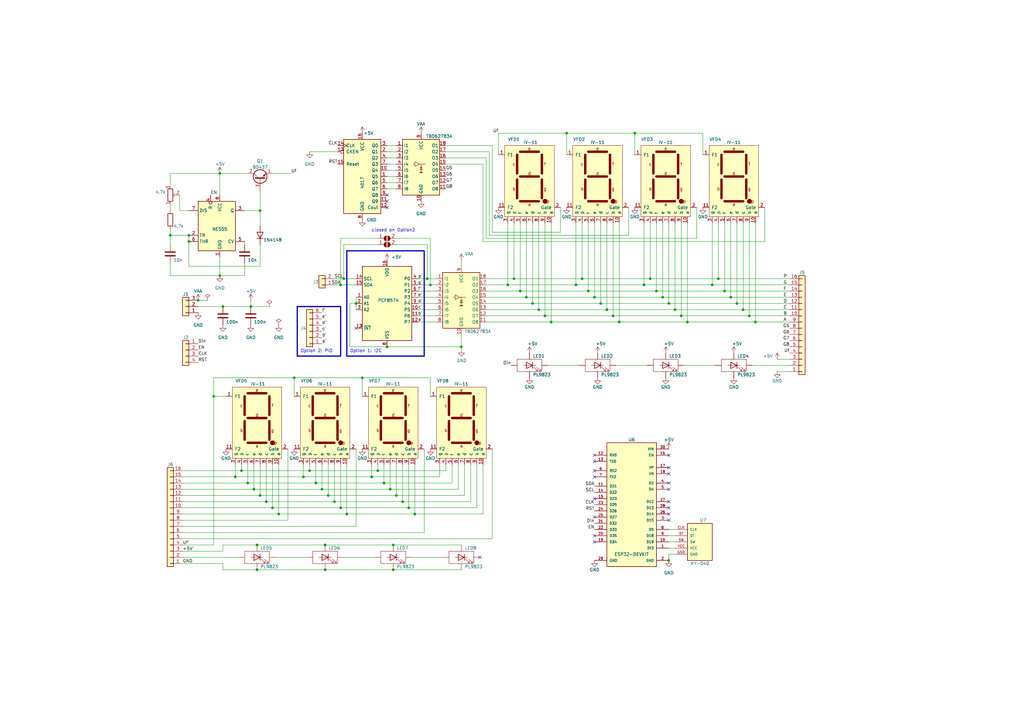
<source format=kicad_sch>
(kicad_sch (version 20230121) (generator eeschema)
  (paper "A3")
  (lib_symbols
    (symbol "Connector_Generic:Conn_01x02" (pin_names (offset 1.016) hide)
      (property "Reference" "J" (at 0 2.54 0))
      (property "Value" "Conn_01x02" (at 0 -5.08 0))
      (symbol "Conn_01x02_1_1"
        (pin passive line (at -5.08 0 0) (length 3.81) (name "Pin_1") (number "1"))
        (pin passive line (at -5.08 -2.54 0) (length 3.81) (name "Pin_2") (number "2"))
      )
    )
    (symbol "Connector_Generic:Conn_01x03" (pin_names (offset 1.016) hide)
      (property "Reference" "J" (at 0 5.08 0))
      (property "Value" "Conn_01x03" (at 0 -5.08 0))
      (symbol "Conn_01x03_1_1"
        (pin passive line (at -5.08 2.54 0) (length 3.81) (name "Pin_1") (number "1"))
        (pin passive line (at -5.08 0 0) (length 3.81) (name "Pin_2") (number "2"))
        (pin passive line (at -5.08 -2.54 0) (length 3.81) (name "Pin_3") (number "3"))
      )
    )
    (symbol "Connector_Generic:Conn_01x04" (pin_names (offset 1.016) hide)
      (property "Reference" "J" (at 0 5.08 0))
      (property "Value" "Conn_01x04" (at 0 -7.62 0))
      (symbol "Conn_01x04_1_1"
        (pin passive line (at -5.08 2.54 0) (length 3.81) (name "Pin_1") (number "1"))
        (pin passive line (at -5.08 0 0) (length 3.81) (name "Pin_2") (number "2"))
        (pin passive line (at -5.08 -2.54 0) (length 3.81) (name "Pin_3") (number "3"))
        (pin passive line (at -5.08 -5.08 0) (length 3.81) (name "Pin_4") (number "4"))
      )
    )
    (symbol "Connector_Generic:Conn_01x06" (pin_names (offset 1.016) hide)
      (property "Reference" "J" (at 0 7.62 0))
      (property "Value" "Conn_01x06" (at 0 -10.16 0))
      (symbol "Conn_01x06_1_1"
        (pin passive line (at -5.08 5.08 0) (length 3.81) (name "Pin_1") (number "1"))
        (pin passive line (at -5.08 2.54 0) (length 3.81) (name "Pin_2") (number "2"))
        (pin passive line (at -5.08 0 0) (length 3.81) (name "Pin_3") (number "3"))
        (pin passive line (at -5.08 -2.54 0) (length 3.81) (name "Pin_4") (number "4"))
        (pin passive line (at -5.08 -5.08 0) (length 3.81) (name "Pin_5") (number "5"))
        (pin passive line (at -5.08 -7.62 0) (length 3.81) (name "Pin_6") (number "6"))
      )
    )
    (symbol "Connector_Generic:Conn_01x16" (pin_names (offset 1.016) hide)
      (property "Reference" "J" (at 0 20.32 0))
      (property "Value" "Conn_01x16" (at 0 -22.86 0))
      (symbol "Conn_01x16_1_1"
        (pin passive line (at -5.08 17.78 0) (length 3.81) (name "Pin_1") (number "1"))
        (pin passive line (at -5.08 -5.08 0) (length 3.81) (name "Pin_10") (number "10"))
        (pin passive line (at -5.08 -7.62 0) (length 3.81) (name "Pin_11") (number "11"))
        (pin passive line (at -5.08 -10.16 0) (length 3.81) (name "Pin_12") (number "12"))
        (pin passive line (at -5.08 -12.7 0) (length 3.81) (name "Pin_13") (number "13"))
        (pin passive line (at -5.08 -15.24 0) (length 3.81) (name "Pin_14") (number "14"))
        (pin passive line (at -5.08 -17.78 0) (length 3.81) (name "Pin_15") (number "15"))
        (pin passive line (at -5.08 -20.32 0) (length 3.81) (name "Pin_16") (number "16"))
        (pin passive line (at -5.08 15.24 0) (length 3.81) (name "Pin_2") (number "2"))
        (pin passive line (at -5.08 12.7 0) (length 3.81) (name "Pin_3") (number "3"))
        (pin passive line (at -5.08 10.16 0) (length 3.81) (name "Pin_4") (number "4"))
        (pin passive line (at -5.08 7.62 0) (length 3.81) (name "Pin_5") (number "5"))
        (pin passive line (at -5.08 5.08 0) (length 3.81) (name "Pin_6") (number "6"))
        (pin passive line (at -5.08 2.54 0) (length 3.81) (name "Pin_7") (number "7"))
        (pin passive line (at -5.08 0 0) (length 3.81) (name "Pin_8") (number "8"))
        (pin passive line (at -5.08 -2.54 0) (length 3.81) (name "Pin_9") (number "9"))
      )
    )
    (symbol "Device:C" (pin_numbers hide) (pin_names (offset 0.254))
      (property "Reference" "C" (at 0.635 2.54 0))
      (property "Value" "C" (at 0.635 -2.54 0))
      (symbol "C_1_1"
        (pin passive line (at 0 3.81 270) (length 2.794) (name "~") (number "1"))
        (pin passive line (at 0 -3.81 90) (length 2.794) (name "~") (number "2"))
      )
    )
    (symbol "Device:R" (pin_numbers hide) (pin_names (offset 0))
      (property "Reference" "R" (at 2.032 0 90))
      (property "Value" "R" (at 0 0 90))
      (symbol "R_1_1"
        (pin passive line (at 0 3.81 270) (length 1.27) (name "~") (number "1"))
        (pin passive line (at 0 -3.81 90) (length 1.27) (name "~") (number "2"))
      )
    )
    (symbol "Device:R_Potentiometer_Trim" (pin_names (offset 1.016) hide)
      (property "Reference" "RV" (at -4.445 0 90))
      (property "Value" "R_Potentiometer_Trim" (at -2.54 0 90))
      (symbol "R_Potentiometer_Trim_1_1"
        (pin passive line (at 0 3.81 270) (length 1.27) (name "1") (number "1"))
        (pin passive line (at 3.81 0 180) (length 1.27) (name "2") (number "2"))
        (pin passive line (at 0 -3.81 90) (length 1.27) (name "3") (number "3"))
      )
    )
    (symbol "Diode:1N4001" (pin_numbers hide) (pin_names hide)
      (property "Reference" "D" (at 0 2.54 0))
      (property "Value" "1N4001" (at 0 -2.54 0))
      (symbol "1N4001_1_1"
        (pin passive line (at -3.81 0 0) (length 2.54) (name "K") (number "1"))
        (pin passive line (at 3.81 0 180) (length 2.54) (name "A") (number "2"))
      )
    )
    (symbol "Interface_Expansion:PCF8574"
      (property "Reference" "U" (at -8.89 16.51 0))
      (property "Value" "PCF8574" (at 2.54 16.51 0))
      (symbol "PCF8574_1_1"
        (pin input line (at -12.7 2.54 0) (length 2.54) (name "A0") (number "1"))
        (pin bidirectional line (at 12.7 -2.54 180) (length 2.54) (name "P5") (number "10"))
        (pin bidirectional line (at 12.7 -5.08 180) (length 2.54) (name "P6") (number "11"))
        (pin bidirectional line (at 12.7 -7.62 180) (length 2.54) (name "P7") (number "12"))
        (pin open_collector output_low (at -12.7 -10.16 0) (length 2.54) (name "~{INT}") (number "13"))
        (pin input line (at -12.7 10.16 0) (length 2.54) (name "SCL") (number "14"))
        (pin bidirectional line (at -12.7 7.62 0) (length 2.54) (name "SDA") (number "15"))
        (pin power_in line (at 0 17.78 270) (length 2.54) (name "VDD") (number "16"))
        (pin input line (at -12.7 0 0) (length 2.54) (name "A1") (number "2"))
        (pin input line (at -12.7 -2.54 0) (length 2.54) (name "A2") (number "3"))
        (pin bidirectional line (at 12.7 10.16 180) (length 2.54) (name "P0") (number "4"))
        (pin bidirectional line (at 12.7 7.62 180) (length 2.54) (name "P1") (number "5"))
        (pin bidirectional line (at 12.7 5.08 180) (length 2.54) (name "P2") (number "6"))
        (pin bidirectional line (at 12.7 2.54 180) (length 2.54) (name "P3") (number "7"))
        (pin power_in line (at 0 -17.78 90) (length 2.54) (name "VSS") (number "8"))
        (pin bidirectional line (at 12.7 0 180) (length 2.54) (name "P4") (number "9"))
      )
    )
    (symbol "Jumper:SolderJumper_2_Open" (pin_names (offset 0) hide)
      (property "Reference" "JP" (at 0 2.032 0))
      (property "Value" "SolderJumper_2_Open" (at 0 -2.54 0))
      (symbol "SolderJumper_2_Open_1_1"
        (pin passive line (at -3.81 0 0) (length 2.54) (name "A") (number "1"))
        (pin passive line (at 3.81 0 180) (length 2.54) (name "B") (number "2"))
      )
    )
    (symbol "Transistor_Array:TBD62783A"
      (property "Reference" "U" (at -7.62 11.43 0))
      (property "Value" "TBD62783A" (at 1.27 11.43 0))
      (symbol "TBD62783A_1_1"
        (pin input line (at -10.16 7.62 0) (length 2.54) (name "I1") (number "1"))
        (pin power_in line (at 0 -15.24 90) (length 2.54) (name "GND") (number "10"))
        (pin open_emitter line (at 10.16 -10.16 180) (length 2.54) (name "O8") (number "11"))
        (pin open_emitter line (at 10.16 -7.62 180) (length 2.54) (name "O7") (number "12"))
        (pin open_emitter line (at 10.16 -5.08 180) (length 2.54) (name "O6") (number "13"))
        (pin open_emitter line (at 10.16 -2.54 180) (length 2.54) (name "O5") (number "14"))
        (pin open_emitter line (at 10.16 0 180) (length 2.54) (name "O4") (number "15"))
        (pin open_emitter line (at 10.16 2.54 180) (length 2.54) (name "O3") (number "16"))
        (pin open_emitter line (at 10.16 5.08 180) (length 2.54) (name "O2") (number "17"))
        (pin open_emitter line (at 10.16 7.62 180) (length 2.54) (name "O1") (number "18"))
        (pin input line (at -10.16 5.08 0) (length 2.54) (name "I2") (number "2"))
        (pin input line (at -10.16 2.54 0) (length 2.54) (name "I3") (number "3"))
        (pin input line (at -10.16 0 0) (length 2.54) (name "I4") (number "4"))
        (pin input line (at -10.16 -2.54 0) (length 2.54) (name "I5") (number "5"))
        (pin input line (at -10.16 -5.08 0) (length 2.54) (name "I6") (number "6"))
        (pin input line (at -10.16 -7.62 0) (length 2.54) (name "I7") (number "7"))
        (pin input line (at -10.16 -10.16 0) (length 2.54) (name "I8") (number "8"))
        (pin power_in line (at 0 12.7 270) (length 2.54) (name "VCC") (number "9"))
      )
    )
    (symbol "Transistor_BJT:BD437" (pin_names (offset 0) hide)
      (property "Reference" "Q" (at 5.08 1.905 0))
      (property "Value" "BD437" (at 5.08 0 0))
      (symbol "BD437_1_1"
        (pin passive line (at 2.54 -5.08 90) (length 2.54) (name "E") (number "1"))
        (pin passive line (at 2.54 5.08 270) (length 2.54) (name "C") (number "2"))
        (pin input line (at -5.08 0 0) (length 5.08) (name "B") (number "3"))
      )
    )
    (symbol "parts:74xx4017" (pin_names (offset 1.016))
      (property "Reference" "U" (at -7.62 16.51 0))
      (property "Value" "4017" (at -2.54 -7.62 0))
      (symbol "74xx4017_1_0"
        (pin output line (at 10.16 0 180) (length 2.54) (name "Q5") (number "1"))
        (pin output line (at 10.16 2.54 180) (length 2.54) (name "Q4") (number "10"))
        (pin output line (at 10.16 -10.16 180) (length 2.54) (name "Q9") (number "11"))
        (pin output line (at 10.16 -12.7 180) (length 2.54) (name "Cout") (number "12"))
        (pin input inverted (at -10.16 10.16 0) (length 2.54) (name "CKEN") (number "13"))
        (pin input clock (at -10.16 12.7 0) (length 2.54) (name "CLK") (number "14"))
        (pin input line (at -10.16 5.08 0) (length 2.54) (name "Reset") (number "15"))
        (pin power_in line (at 0 17.78 270) (length 2.54) (name "VCC") (number "16"))
        (pin output line (at 10.16 10.16 180) (length 2.54) (name "Q1") (number "2"))
        (pin output line (at 10.16 12.7 180) (length 2.54) (name "Q0") (number "3"))
        (pin output line (at 10.16 7.62 180) (length 2.54) (name "Q2") (number "4"))
        (pin output line (at 10.16 -2.54 180) (length 2.54) (name "Q6") (number "5"))
        (pin output line (at 10.16 -5.08 180) (length 2.54) (name "Q7") (number "6"))
        (pin output line (at 10.16 5.08 180) (length 2.54) (name "Q3") (number "7"))
        (pin power_in line (at 0 -17.78 90) (length 2.54) (name "GND") (number "8"))
        (pin output line (at 10.16 -7.62 180) (length 2.54) (name "Q8") (number "9"))
      )
    )
    (symbol "parts:ESP32-DEVKIT-V1" (pin_names (offset 1.016))
      (property "Reference" "U" (at 0 25.4 0))
      (property "Value" "ESP32-DEVKIT-V1" (at -10.16 -30.48 0))
      (symbol "ESP32-DEVKIT-V1_0_0"
        (pin bidirectional line (at -15.24 -17.78 0) (length 5.08) (name "D19") (number "10"))
        (pin bidirectional line (at 15.24 5.08 180) (length 5.08) (name "D21") (number "11"))
        (pin input line (at 15.24 17.78 180) (length 5.08) (name "RX0") (number "12"))
        (pin output line (at 15.24 15.24 180) (length 5.08) (name "TX0") (number "13"))
        (pin bidirectional line (at 15.24 2.54 180) (length 5.08) (name "D22") (number "14"))
        (pin bidirectional line (at 15.24 0 180) (length 5.08) (name "D23") (number "15"))
        (pin input line (at -15.24 17.78 0) (length 5.08) (name "EN") (number "16"))
        (pin bidirectional line (at -15.24 12.7 0) (length 5.08) (name "VP") (number "17"))
        (pin bidirectional line (at -15.24 10.16 0) (length 5.08) (name "VN") (number "18"))
        (pin bidirectional line (at 15.24 -17.78 180) (length 5.08) (name "D34") (number "19"))
        (pin power_in line (at -15.24 -25.4 0) (length 5.08) (name "GND") (number "2"))
        (pin bidirectional line (at 15.24 -15.24 180) (length 5.08) (name "D35") (number "20"))
        (pin bidirectional line (at 15.24 -10.16 180) (length 5.08) (name "D32") (number "21"))
        (pin bidirectional line (at 15.24 -12.7 180) (length 5.08) (name "D33") (number "22"))
        (pin bidirectional line (at 15.24 -2.54 180) (length 5.08) (name "D25") (number "23"))
        (pin bidirectional line (at 15.24 -5.08 180) (length 5.08) (name "D26") (number "24"))
        (pin bidirectional line (at 15.24 -7.62 180) (length 5.08) (name "D27") (number "25"))
        (pin bidirectional line (at -15.24 -6.35 0) (length 5.08) (name "D14") (number "26"))
        (pin bidirectional line (at -15.24 -1.27 0) (length 5.08) (name "D12") (number "27"))
        (pin bidirectional line (at -15.24 -3.81 0) (length 5.08) (name "D13") (number "28"))
        (pin power_in line (at 15.24 -25.4 180) (length 5.08) (name "GND") (number "29"))
        (pin bidirectional line (at -15.24 -8.89 0) (length 5.08) (name "D15") (number "3"))
        (pin input line (at -15.24 20.32 0) (length 5.08) (name "VIN") (number "30"))
        (pin bidirectional line (at -15.24 6.35 0) (length 5.08) (name "D2") (number "4"))
        (pin bidirectional line (at -15.24 3.81 0) (length 5.08) (name "D4") (number "5"))
        (pin input line (at 15.24 11.43 180) (length 5.08) (name "RX2") (number "6"))
        (pin output line (at 15.24 8.89 180) (length 5.08) (name "TX2") (number "7"))
        (pin bidirectional line (at -15.24 -12.7 0) (length 5.08) (name "D5") (number "8"))
        (pin bidirectional line (at -15.24 -15.24 0) (length 5.08) (name "D18") (number "9"))
      )
      (symbol "ESP32-DEVKIT-V1_1_0"
        (pin power_out line (at -15.24 -20.32 0) (length 5.08) (name "3V3") (number "1"))
      )
    )
    (symbol "parts:IV-11" (pin_names (offset 1.016))
      (property "Reference" "VFD" (at -5.08 13.97 0))
      (property "Value" "IV-11" (at 5.08 13.97 0))
      (symbol "IV-11_0_0"
        (text "a" (at 0 -11.43 0) (effects (font (size 1.27 1.27))))
        (text "b" (at -6.35 -5.08 0) (effects (font (size 1.27 1.27))))
        (text "c" (at -6.35 5.08 0) (effects (font (size 1.27 1.27))))
        (text "d" (at 0 1.27 0) (effects (font (size 1.27 1.27))))
        (text "e" (at 0 11.43 0) (effects (font (size 1.27 1.27))))
        (text "f" (at 6.35 5.08 0) (effects (font (size 1.27 1.27))))
        (text "g" (at 6.35 -5.08 0) (effects (font (size 1.27 1.27))))
        (text "p" (at 7.62 -10.16 0) (effects (font (size 1.27 1.27))))
      )
      (symbol "IV-11_1_1"
        (pin input line (at -12.7 8.89 0) (length 2.54) (name "F1") (number "1"))
        (pin input line (at 8.89 -19.05 90) (length 2.54) (name "a") (number "10"))
        (pin input line (at -12.7 -12.7 0) (length 2.54) (name "F2") (number "11"))
        (pin input line (at 12.7 -12.7 180) (length 2.54) (name "Gate") (number "2"))
        (pin input line (at -8.89 -19.05 90) (length 2.54) (name "g") (number "3"))
        (pin input line (at -6.35 -19.05 90) (length 2.54) (name "p") (number "4"))
        (pin input line (at -3.81 -19.05 90) (length 2.54) (name "f") (number "5"))
        (pin input line (at -1.27 -19.05 90) (length 2.54) (name "e") (number "6"))
        (pin input line (at 1.27 -19.05 90) (length 2.54) (name "d") (number "7"))
        (pin input line (at 3.81 -19.05 90) (length 2.54) (name "c") (number "8"))
        (pin input line (at 6.35 -19.05 90) (length 2.54) (name "b") (number "9"))
      )
    )
    (symbol "parts:KY-040" (pin_names (offset 1.016))
      (property "Reference" "U" (at -5.08 10.16 0))
      (property "Value" "KY-040" (at -5.08 -12.7 0))
      (symbol "KY-040_0_0"
        (pin output line (at -10.16 5.08 0) (length 5.08) (name "CLK") (number "CLK"))
        (pin output line (at -10.16 2.54 0) (length 5.08) (name "DT") (number "DT"))
        (pin power_in line (at -10.16 -5.08 0) (length 5.08) (name "GND") (number "GND"))
        (pin output line (at -10.16 0 0) (length 5.08) (name "SW") (number "SW"))
        (pin power_in line (at -10.16 -2.54 0) (length 5.08) (name "VCC") (number "VCC"))
      )
    )
    (symbol "parts:LED-PL9823" (pin_numbers hide) (pin_names (offset 1.016) hide)
      (property "Reference" "LED" (at 2.54 3.81 0))
      (property "Value" "LED-PL9823" (at 6.35 -3.81 0))
      (symbol "LED-PL9823_1_1"
        (pin output line (at 7.62 0 180) (length 2.54) (name "Dout") (number "1"))
        (pin power_in line (at 0 -5.08 90) (length 2.54) (name "GND") (number "2"))
        (pin power_in line (at 0 5.08 270) (length 2.54) (name "VDD") (number "3"))
        (pin input line (at -7.62 0 0) (length 2.54) (name "Din") (number "4"))
      )
    )
    (symbol "parts:NE555"
      (property "Reference" "U" (at -10.16 8.89 0))
      (property "Value" "NE555" (at -3.81 -8.89 0))
      (symbol "NE555_0_0"
        (pin power_in line (at 0 -22.86 90) (length 2.54) (name "GND") (number "1"))
        (pin power_in line (at 0 2.54 270) (length 2.54) (name "VCC") (number "8"))
      )
      (symbol "NE555_1_1"
        (pin input line (at -12.7 -13.97 0) (length 3.81) (name "TR") (number "2"))
        (pin output line (at 10.16 -3.81 180) (length 3.81) (name "Q") (number "3"))
        (pin input inverted (at -3.81 2.54 270) (length 3.81) (name "R") (number "4"))
        (pin input line (at 10.16 -16.51 180) (length 3.81) (name "CV") (number "5"))
        (pin input line (at -12.7 -16.51 0) (length 3.81) (name "THR") (number "6"))
        (pin input line (at -12.7 -3.81 0) (length 3.81) (name "DIS") (number "7"))
      )
    )
    (symbol "power:+5V" (power) (pin_names (offset 0))
      (property "Value" "+5V" (at 0 3.556 0))
      (symbol "+5V_1_1"
        (pin power_in line (at 0 0 90) (length 0) hide (name "+5V") (number "1"))
      )
    )
    (symbol "power:GND" (power) (pin_names (offset 0))
      (property "Value" "GND" (at 0 -3.81 0))
      (symbol "GND_1_1"
        (pin power_in line (at 0 0 270) (length 0) hide (name "GND") (number "1"))
      )
    )
    (symbol "power:PWR_FLAG" (power) (pin_numbers hide) (pin_names (offset 0) hide)
      (property "Value" "PWR_FLAG" (at 0 3.81 0))
      (symbol "PWR_FLAG_0_0"
        (pin power_out line (at 0 0 90) (length 0) (name "pwr") (number "1"))
      )
    )
    (symbol "power:VAA" (power) (pin_names (offset 0))
      (property "Value" "VAA" (at 0 3.81 0))
      (symbol "VAA_1_1"
        (pin power_in line (at 0 0 90) (length 0) hide (name "VAA") (number "1"))
      )
    )
  )
  (junction (at 133.35 233.68))
  (junction (at 175.26 114.3))
  (junction (at 274.32 229.87))
  (junction (at 165.1 205.74))
  (junction (at 87.63 162.56))
  (junction (at 142.24 210.82))
  (junction (at 297.18 119.38))
  (junction (at 220.98 127))
  (junction (at 91.44 125.73))
  (junction (at 158.75 142.24))
  (junction (at 137.16 205.74))
  (junction (at 120.65 154.94))
  (junction (at 294.64 114.3))
  (junction (at 81.28 123.19))
  (junction (at 105.41 223.52))
  (junction (at 157.48 198.12))
  (junction (at 132.08 200.66))
  (junction (at 276.86 127))
  (junction (at 77.47 99.06))
  (junction (at 213.36 119.38))
  (junction (at 162.56 203.2))
  (junction (at 241.3 119.38))
  (junction (at 223.52 129.54))
  (junction (at 269.24 119.38))
  (junction (at 160.02 200.66))
  (junction (at 246.38 124.46))
  (junction (at 109.22 205.74))
  (junction (at 77.47 96.52))
  (junction (at 302.26 124.46))
  (junction (at 69.85 96.52))
  (junction (at 236.22 116.84))
  (junction (at 238.76 114.3))
  (junction (at 208.28 116.84))
  (junction (at 218.44 124.46))
  (junction (at 106.68 203.2))
  (junction (at 124.46 195.58))
  (junction (at 96.52 195.58))
  (junction (at 106.68 86.36))
  (junction (at 279.4 129.54))
  (junction (at 264.16 116.84))
  (junction (at 146.05 124.46))
  (junction (at 304.8 127))
  (junction (at 281.94 132.08))
  (junction (at 114.3 210.82))
  (junction (at 176.53 116.84))
  (junction (at 152.4 195.58))
  (junction (at 254 132.08))
  (junction (at 232.41 54.61))
  (junction (at 139.7 208.28))
  (junction (at 226.06 132.08))
  (junction (at 167.64 208.28))
  (junction (at 292.1 116.84))
  (junction (at 161.29 233.68))
  (junction (at 210.82 114.3))
  (junction (at 139.7 116.84))
  (junction (at 266.7 114.3))
  (junction (at 104.14 200.66))
  (junction (at 134.62 203.2))
  (junction (at 251.46 129.54))
  (junction (at 101.6 198.12))
  (junction (at 140.97 114.3))
  (junction (at 102.87 125.73))
  (junction (at 90.17 113.03))
  (junction (at 307.34 129.54))
  (junction (at 154.94 193.04))
  (junction (at 170.18 210.82))
  (junction (at 148.59 154.94))
  (junction (at 299.72 121.92))
  (junction (at 129.54 198.12))
  (junction (at 260.35 54.61))
  (junction (at 111.76 208.28))
  (junction (at 215.9 121.92))
  (junction (at 105.41 233.68))
  (junction (at 243.84 121.92))
  (junction (at 99.06 193.04))
  (junction (at 161.29 223.52))
  (junction (at 127 193.04))
  (junction (at 133.35 223.52))
  (junction (at 309.88 132.08))
  (junction (at 271.78 121.92))
  (junction (at 248.92 127))
  (junction (at 90.17 71.12))
  (junction (at 189.23 142.24))
  (junction (at 274.32 124.46))
  (no_connect (at 243.84 193.04))
  (no_connect (at 243.84 212.09))
  (no_connect (at 274.32 200.66))
  (no_connect (at 243.84 195.58))
  (no_connect (at 274.32 194.31))
  (no_connect (at 274.32 208.28))
  (no_connect (at 274.32 186.69))
  (no_connect (at 158.75 82.55))
  (no_connect (at 158.75 85.09))
  (no_connect (at 146.05 134.62))
  (no_connect (at 274.32 213.36))
  (no_connect (at 243.84 219.71))
  (no_connect (at 243.84 204.47))
  (no_connect (at 196.85 228.6))
  (no_connect (at 243.84 186.69))
  (no_connect (at 274.32 210.82))
  (no_connect (at 158.75 80.01))
  (no_connect (at 274.32 191.77))
  (no_connect (at 243.84 189.23))
  (no_connect (at 243.84 222.25))
  (no_connect (at 274.32 205.74))
  (no_connect (at 274.32 198.12))
  (wire (pts (xy 199.39 132.08) (xy 226.06 132.08)))
  (wire (pts (xy 185.42 198.12) (xy 185.42 190.5)))
  (wire (pts (xy 210.82 91.44) (xy 210.82 114.3)))
  (wire (pts (xy 137.16 190.5) (xy 137.16 205.74)))
  (wire (pts (xy 182.88 67.31) (xy 198.12 67.31)))
  (wire (pts (xy 224.79 149.86) (xy 237.49 149.86)))
  (wire (pts (xy 171.45 127) (xy 179.07 127)))
  (wire (pts (xy 140.97 228.6) (xy 153.67 228.6)))
  (wire (pts (xy 104.14 200.66) (xy 132.08 200.66)))
  (wire (pts (xy 248.92 127) (xy 276.86 127)))
  (wire (pts (xy 161.29 233.68) (xy 189.23 233.68)))
  (wire (pts (xy 171.45 119.38) (xy 179.07 119.38)))
  (wire (pts (xy 175.26 100.33) (xy 175.26 114.3)))
  (wire (pts (xy 124.46 195.58) (xy 152.4 195.58)))
  (wire (pts (xy 170.18 210.82) (xy 198.12 210.82)))
  (wire (pts (xy 77.47 109.22) (xy 77.47 99.06)))
  (wire (pts (xy 91.44 226.06) (xy 91.44 223.52)))
  (wire (pts (xy 132.08 200.66) (xy 160.02 200.66)))
  (wire (pts (xy 251.46 91.44) (xy 251.46 129.54)))
  (wire (pts (xy 162.56 190.5) (xy 162.56 203.2)))
  (wire (pts (xy 133.35 223.52) (xy 161.29 223.52)))
  (wire (pts (xy 208.28 116.84) (xy 236.22 116.84)))
  (wire (pts (xy 171.45 124.46) (xy 179.07 124.46)))
  (wire (pts (xy 199.39 124.46) (xy 218.44 124.46)))
  (wire (pts (xy 171.45 129.54) (xy 179.07 129.54)))
  (wire (pts (xy 246.38 91.44) (xy 246.38 124.46)))
  (wire (pts (xy 129.54 190.5) (xy 129.54 198.12)))
  (wire (pts (xy 226.06 132.08) (xy 254 132.08)))
  (wire (pts (xy 158.75 59.69) (xy 162.56 59.69)))
  (wire (pts (xy 111.76 208.28) (xy 139.7 208.28)))
  (wire (pts (xy 158.75 69.85) (xy 162.56 69.85)))
  (wire (pts (xy 69.85 96.52) (xy 69.85 100.33)))
  (wire (pts (xy 299.72 121.92) (xy 323.85 121.92)))
  (wire (pts (xy 223.52 91.44) (xy 223.52 129.54)))
  (wire (pts (xy 213.36 119.38) (xy 241.3 119.38)))
  (wire (pts (xy 264.16 116.84) (xy 292.1 116.84)))
  (wire (pts (xy 87.63 154.94) (xy 120.65 154.94)))
  (wire (pts (xy 162.56 100.33) (xy 175.26 100.33)))
  (wire (pts (xy 168.91 228.6) (xy 181.61 228.6)))
  (wire (pts (xy 299.72 91.44) (xy 299.72 121.92)))
  (wire (pts (xy 69.85 93.98) (xy 69.85 96.52)))
  (wire (pts (xy 294.64 114.3) (xy 323.85 114.3)))
  (wire (pts (xy 266.7 114.3) (xy 294.64 114.3)))
  (wire (pts (xy 279.4 129.54) (xy 307.34 129.54)))
  (wire (pts (xy 96.52 195.58) (xy 124.46 195.58)))
  (wire (pts (xy 91.44 233.68) (xy 105.41 233.68)))
  (wire (pts (xy 220.98 127) (xy 248.92 127)))
  (wire (pts (xy 187.96 200.66) (xy 187.96 190.5)))
  (wire (pts (xy 176.53 116.84) (xy 179.07 116.84)))
  (wire (pts (xy 106.68 109.22) (xy 77.47 109.22)))
  (wire (pts (xy 162.56 203.2) (xy 190.5 203.2)))
  (wire (pts (xy 252.73 149.86) (xy 265.43 149.86)))
  (wire (pts (xy 201.93 95.25) (xy 229.87 95.25)))
  (wire (pts (xy 276.86 127) (xy 304.8 127)))
  (wire (pts (xy 243.84 91.44) (xy 243.84 121.92)))
  (wire (pts (xy 167.64 208.28) (xy 195.58 208.28)))
  (wire (pts (xy 232.41 54.61) (xy 232.41 63.5)))
  (wire (pts (xy 218.44 91.44) (xy 218.44 124.46)))
  (wire (pts (xy 142.24 210.82) (xy 170.18 210.82)))
  (wire (pts (xy 109.22 190.5) (xy 109.22 205.74)))
  (wire (pts (xy 236.22 116.84) (xy 264.16 116.84)))
  (wire (pts (xy 274.32 217.17) (xy 276.86 217.17)))
  (wire (pts (xy 102.87 123.19) (xy 102.87 125.73)))
  (wire (pts (xy 269.24 119.38) (xy 297.18 119.38)))
  (wire (pts (xy 229.87 95.25) (xy 229.87 85.09)))
  (wire (pts (xy 158.75 64.77) (xy 162.56 64.77)))
  (wire (pts (xy 106.68 100.33) (xy 106.68 109.22)))
  (wire (pts (xy 106.68 78.74) (xy 106.68 86.36)))
  (wire (pts (xy 279.4 91.44) (xy 279.4 129.54)))
  (wire (pts (xy 190.5 203.2) (xy 190.5 190.5)))
  (wire (pts (xy 238.76 91.44) (xy 238.76 114.3)))
  (wire (pts (xy 74.93 195.58) (xy 96.52 195.58)))
  (wire (pts (xy 193.04 205.74) (xy 193.04 190.5)))
  (wire (pts (xy 199.39 97.79) (xy 285.75 97.79)))
  (wire (pts (xy 91.44 223.52) (xy 105.41 223.52)))
  (wire (pts (xy 90.17 71.12) (xy 101.6 71.12)))
  (wire (pts (xy 204.47 54.61) (xy 232.41 54.61)))
  (wire (pts (xy 105.41 233.68) (xy 133.35 233.68)))
  (wire (pts (xy 158.75 74.93) (xy 162.56 74.93)))
  (wire (pts (xy 307.34 129.54) (xy 323.85 129.54)))
  (wire (pts (xy 104.14 190.5) (xy 104.14 200.66)))
  (wire (pts (xy 260.35 54.61) (xy 260.35 63.5)))
  (wire (pts (xy 281.94 132.08) (xy 309.88 132.08)))
  (wire (pts (xy 81.28 125.73) (xy 91.44 125.73)))
  (wire (pts (xy 160.02 190.5) (xy 160.02 200.66)))
  (wire (pts (xy 87.63 223.52) (xy 74.93 223.52)))
  (wire (pts (xy 215.9 91.44) (xy 215.9 121.92)))
  (wire (pts (xy 280.67 149.86) (xy 293.37 149.86)))
  (wire (pts (xy 139.7 116.84) (xy 139.7 97.79)))
  (wire (pts (xy 274.32 222.25) (xy 276.86 222.25)))
  (wire (pts (xy 129.54 198.12) (xy 157.48 198.12)))
  (wire (pts (xy 215.9 121.92) (xy 243.84 121.92)))
  (wire (pts (xy 199.39 127) (xy 220.98 127)))
  (wire (pts (xy 175.26 114.3) (xy 179.07 114.3)))
  (wire (pts (xy 74.93 210.82) (xy 114.3 210.82)))
  (wire (pts (xy 313.69 99.06) (xy 198.12 99.06)))
  (wire (pts (xy 260.35 54.61) (xy 288.29 54.61)))
  (wire (pts (xy 318.77 152.4) (xy 323.85 152.4)))
  (wire (pts (xy 199.39 64.77) (xy 199.39 97.79)))
  (wire (pts (xy 171.45 121.92) (xy 179.07 121.92)))
  (wire (pts (xy 241.3 119.38) (xy 269.24 119.38)))
  (wire (pts (xy 176.53 97.79) (xy 176.53 116.84)))
  (wire (pts (xy 69.85 107.95) (xy 69.85 113.03)))
  (wire (pts (xy 109.22 205.74) (xy 137.16 205.74)))
  (wire (pts (xy 171.45 132.08) (xy 179.07 132.08)))
  (wire (pts (xy 201.93 220.98) (xy 201.93 184.15)))
  (wire (pts (xy 309.88 91.44) (xy 309.88 132.08)))
  (wire (pts (xy 199.39 114.3) (xy 210.82 114.3)))
  (wire (pts (xy 111.76 190.5) (xy 111.76 208.28)))
  (wire (pts (xy 208.28 91.44) (xy 208.28 116.84)))
  (wire (pts (xy 69.85 96.52) (xy 77.47 96.52)))
  (wire (pts (xy 127 193.04) (xy 154.94 193.04)))
  (wire (pts (xy 271.78 121.92) (xy 299.72 121.92)))
  (wire (pts (xy 101.6 198.12) (xy 129.54 198.12)))
  (wire (pts (xy 199.39 129.54) (xy 223.52 129.54)))
  (wire (pts (xy 91.44 231.14) (xy 91.44 233.68)))
  (wire (pts (xy 302.26 91.44) (xy 302.26 124.46)))
  (wire (pts (xy 139.7 190.5) (xy 139.7 208.28)))
  (wire (pts (xy 74.93 213.36) (xy 118.11 213.36)))
  (wire (pts (xy 90.17 71.12) (xy 90.17 80.01)))
  (wire (pts (xy 96.52 190.5) (xy 96.52 195.58)))
  (wire (pts (xy 100.33 86.36) (xy 106.68 86.36)))
  (wire (pts (xy 101.6 190.5) (xy 101.6 198.12)))
  (wire (pts (xy 157.48 190.5) (xy 157.48 198.12)))
  (wire (pts (xy 297.18 91.44) (xy 297.18 119.38)))
  (wire (pts (xy 218.44 124.46) (xy 246.38 124.46)))
  (wire (pts (xy 154.94 190.5) (xy 154.94 193.04)))
  (wire (pts (xy 182.88 62.23) (xy 200.66 62.23)))
  (wire (pts (xy 171.45 114.3) (xy 175.26 114.3)))
  (wire (pts (xy 285.75 85.09) (xy 285.75 97.79)))
  (wire (pts (xy 134.62 203.2) (xy 162.56 203.2)))
  (wire (pts (xy 318.77 147.32) (xy 323.85 147.32)))
  (wire (pts (xy 200.66 62.23) (xy 200.66 96.52)))
  (wire (pts (xy 73.66 86.36) (xy 77.47 86.36)))
  (wire (pts (xy 182.88 59.69) (xy 201.93 59.69)))
  (wire (pts (xy 200.66 96.52) (xy 257.81 96.52)))
  (wire (pts (xy 246.38 124.46) (xy 274.32 124.46)))
  (wire (pts (xy 274.32 219.71) (xy 276.86 219.71)))
  (wire (pts (xy 152.4 195.58) (xy 180.34 195.58)))
  (wire (pts (xy 189.23 137.16) (xy 189.23 142.24)))
  (wire (pts (xy 167.64 190.5) (xy 167.64 208.28)))
  (wire (pts (xy 73.66 80.01) (xy 73.66 86.36)))
  (wire (pts (xy 77.47 96.52) (xy 77.47 99.06)))
  (wire (pts (xy 182.88 193.04) (xy 182.88 190.5)))
  (wire (pts (xy 100.33 113.03) (xy 90.17 113.03)))
  (wire (pts (xy 269.24 91.44) (xy 269.24 119.38)))
  (wire (pts (xy 69.85 71.12) (xy 90.17 71.12)))
  (wire (pts (xy 127 62.23) (xy 138.43 62.23)))
  (wire (pts (xy 173.99 218.44) (xy 173.99 184.15)))
  (wire (pts (xy 106.68 190.5) (xy 106.68 203.2)))
  (wire (pts (xy 99.06 190.5) (xy 99.06 193.04)))
  (wire (pts (xy 154.94 193.04) (xy 182.88 193.04)))
  (wire (pts (xy 292.1 91.44) (xy 292.1 116.84)))
  (wire (pts (xy 254 91.44) (xy 254 132.08)))
  (wire (pts (xy 171.45 116.84) (xy 176.53 116.84)))
  (wire (pts (xy 87.63 162.56) (xy 87.63 154.94)))
  (wire (pts (xy 189.23 142.24) (xy 189.23 143.51)))
  (wire (pts (xy 152.4 190.5) (xy 152.4 195.58)))
  (wire (pts (xy 148.59 154.94) (xy 176.53 154.94)))
  (wire (pts (xy 91.44 125.73) (xy 102.87 125.73)))
  (wire (pts (xy 294.64 91.44) (xy 294.64 114.3)))
  (wire (pts (xy 137.16 114.3) (xy 140.97 114.3)))
  (wire (pts (xy 74.93 220.98) (xy 201.93 220.98)))
  (wire (pts (xy 158.75 77.47) (xy 162.56 77.47)))
  (wire (pts (xy 213.36 91.44) (xy 213.36 119.38)))
  (wire (pts (xy 226.06 91.44) (xy 226.06 132.08)))
  (wire (pts (xy 257.81 96.52) (xy 257.81 85.09)))
  (wire (pts (xy 238.76 114.3) (xy 266.7 114.3)))
  (wire (pts (xy 161.29 223.52) (xy 189.23 223.52)))
  (wire (pts (xy 133.35 233.68) (xy 161.29 233.68)))
  (wire (pts (xy 74.93 205.74) (xy 109.22 205.74)))
  (wire (pts (xy 220.98 91.44) (xy 220.98 127)))
  (wire (pts (xy 199.39 116.84) (xy 208.28 116.84)))
  (wire (pts (xy 157.48 198.12) (xy 185.42 198.12)))
  (wire (pts (xy 100.33 99.06) (xy 100.33 100.33)))
  (wire (pts (xy 132.08 190.5) (xy 132.08 200.66)))
  (wire (pts (xy 274.32 227.33) (xy 274.32 229.87)))
  (wire (pts (xy 143.51 124.46) (xy 143.51 142.24)))
  (wire (pts (xy 74.93 228.6) (xy 97.79 228.6)))
  (wire (pts (xy 111.76 71.12) (xy 119.38 71.12)))
  (wire (pts (xy 165.1 190.5) (xy 165.1 205.74)))
  (wire (pts (xy 223.52 129.54) (xy 251.46 129.54)))
  (wire (pts (xy 158.75 142.24) (xy 189.23 142.24)))
  (wire (pts (xy 307.34 91.44) (xy 307.34 129.54)))
  (wire (pts (xy 148.59 154.94) (xy 148.59 162.56)))
  (wire (pts (xy 210.82 114.3) (xy 238.76 114.3)))
  (wire (pts (xy 120.65 154.94) (xy 148.59 154.94)))
  (wire (pts (xy 204.47 63.5) (xy 204.47 54.61)))
  (wire (pts (xy 146.05 184.15) (xy 146.05 215.9)))
  (wire (pts (xy 81.28 123.19) (xy 85.09 123.19)))
  (wire (pts (xy 162.56 97.79) (xy 176.53 97.79)))
  (wire (pts (xy 281.94 91.44) (xy 281.94 132.08)))
  (wire (pts (xy 304.8 127) (xy 323.85 127)))
  (wire (pts (xy 137.16 116.84) (xy 139.7 116.84)))
  (wire (pts (xy 143.51 142.24) (xy 158.75 142.24)))
  (wire (pts (xy 140.97 114.3) (xy 146.05 114.3)))
  (wire (pts (xy 118.11 213.36) (xy 118.11 184.15)))
  (wire (pts (xy 74.93 198.12) (xy 101.6 198.12)))
  (wire (pts (xy 124.46 190.5) (xy 124.46 195.58)))
  (wire (pts (xy 201.93 59.69) (xy 201.93 95.25)))
  (wire (pts (xy 139.7 208.28) (xy 167.64 208.28)))
  (wire (pts (xy 199.39 119.38) (xy 213.36 119.38)))
  (wire (pts (xy 170.18 190.5) (xy 170.18 210.82)))
  (wire (pts (xy 276.86 227.33) (xy 274.32 227.33)))
  (wire (pts (xy 146.05 124.46) (xy 146.05 127)))
  (wire (pts (xy 69.85 83.82) (xy 69.85 86.36)))
  (wire (pts (xy 120.65 154.94) (xy 120.65 162.56)))
  (wire (pts (xy 87.63 162.56) (xy 87.63 223.52)))
  (wire (pts (xy 90.17 105.41) (xy 90.17 113.03)))
  (wire (pts (xy 113.03 228.6) (xy 125.73 228.6)))
  (wire (pts (xy 266.7 91.44) (xy 266.7 114.3)))
  (wire (pts (xy 302.26 124.46) (xy 323.85 124.46)))
  (wire (pts (xy 139.7 97.79) (xy 154.94 97.79)))
  (wire (pts (xy 74.93 231.14) (xy 91.44 231.14)))
  (wire (pts (xy 74.93 193.04) (xy 99.06 193.04)))
  (wire (pts (xy 74.93 200.66) (xy 104.14 200.66)))
  (wire (pts (xy 198.12 99.06) (xy 198.12 67.31)))
  (wire (pts (xy 274.32 91.44) (xy 274.32 124.46)))
  (wire (pts (xy 100.33 107.95) (xy 100.33 113.03)))
  (wire (pts (xy 146.05 124.46) (xy 143.51 124.46)))
  (wire (pts (xy 69.85 113.03) (xy 90.17 113.03)))
  (wire (pts (xy 232.41 54.61) (xy 260.35 54.61)))
  (wire (pts (xy 74.93 226.06) (xy 91.44 226.06)))
  (wire (pts (xy 271.78 91.44) (xy 271.78 121.92)))
  (wire (pts (xy 74.93 218.44) (xy 173.99 218.44)))
  (wire (pts (xy 182.88 64.77) (xy 199.39 64.77)))
  (wire (pts (xy 99.06 193.04) (xy 127 193.04)))
  (wire (pts (xy 158.75 67.31) (xy 162.56 67.31)))
  (wire (pts (xy 134.62 190.5) (xy 134.62 203.2)))
  (wire (pts (xy 137.16 205.74) (xy 165.1 205.74)))
  (wire (pts (xy 114.3 190.5) (xy 114.3 210.82)))
  (wire (pts (xy 74.93 203.2) (xy 106.68 203.2)))
  (wire (pts (xy 297.18 119.38) (xy 323.85 119.38)))
  (wire (pts (xy 69.85 76.2) (xy 69.85 71.12)))
  (wire (pts (xy 274.32 224.79) (xy 276.86 224.79)))
  (wire (pts (xy 313.69 85.09) (xy 313.69 99.06)))
  (wire (pts (xy 106.68 203.2) (xy 134.62 203.2)))
  (wire (pts (xy 176.53 154.94) (xy 176.53 162.56)))
  (wire (pts (xy 160.02 200.66) (xy 187.96 200.66)))
  (wire (pts (xy 106.68 86.36) (xy 106.68 92.71)))
  (wire (pts (xy 241.3 91.44) (xy 241.3 119.38)))
  (wire (pts (xy 274.32 124.46) (xy 302.26 124.46)))
  (wire (pts (xy 74.93 215.9) (xy 146.05 215.9)))
  (wire (pts (xy 102.87 125.73) (xy 110.49 125.73)))
  (wire (pts (xy 276.86 91.44) (xy 276.86 127)))
  (wire (pts (xy 199.39 121.92) (xy 215.9 121.92)))
  (wire (pts (xy 142.24 190.5) (xy 142.24 210.82)))
  (wire (pts (xy 92.71 162.56) (xy 87.63 162.56)))
  (wire (pts (xy 105.41 223.52) (xy 133.35 223.52)))
  (wire (pts (xy 195.58 208.28) (xy 195.58 190.5)))
  (wire (pts (xy 114.3 210.82) (xy 142.24 210.82)))
  (wire (pts (xy 158.75 72.39) (xy 162.56 72.39)))
  (wire (pts (xy 243.84 121.92) (xy 271.78 121.92)))
  (wire (pts (xy 146.05 121.92) (xy 146.05 124.46)))
  (wire (pts (xy 198.12 210.82) (xy 198.12 190.5)))
  (wire (pts (xy 304.8 91.44) (xy 304.8 127)))
  (wire (pts (xy 248.92 91.44) (xy 248.92 127)))
  (wire (pts (xy 140.97 100.33) (xy 154.94 100.33)))
  (wire (pts (xy 264.16 91.44) (xy 264.16 116.84)))
  (wire (pts (xy 139.7 116.84) (xy 146.05 116.84)))
  (wire (pts (xy 158.75 62.23) (xy 162.56 62.23)))
  (wire (pts (xy 74.93 208.28) (xy 111.76 208.28)))
  (wire (pts (xy 127 190.5) (xy 127 193.04)))
  (wire (pts (xy 288.29 54.61) (xy 288.29 63.5)))
  (wire (pts (xy 254 132.08) (xy 281.94 132.08)))
  (wire (pts (xy 189.23 109.22) (xy 189.23 106.68)))
  (wire (pts (xy 308.61 149.86) (xy 323.85 149.86)))
  (wire (pts (xy 140.97 114.3) (xy 140.97 100.33)))
  (wire (pts (xy 292.1 116.84) (xy 323.85 116.84)))
  (wire (pts (xy 165.1 205.74) (xy 193.04 205.74)))
  (wire (pts (xy 309.88 132.08) (xy 323.85 132.08)))
  (wire (pts (xy 180.34 190.5) (xy 180.34 195.58)))
  (wire (pts (xy 251.46 129.54) (xy 279.4 129.54)))
  (wire (pts (xy 236.22 91.44) (xy 236.22 116.84)))
  (rectangle (start 142.24 102.87) (end 173.99 146.05) (stroke (width 0.5)))
  (rectangle (start 121.92 125.73) (end 139.7 146.05) (stroke (width 0.5)))
  (text "closed on Option2" (at 152.4 95.25 0) (effects (font (size 1.27 1.27)) (justify left bottom)))
  (text "Option 2: PIO" (at 123.19 144.78 0) (effects (font (size 1.27 1.27)) (justify left bottom)))
  (text "Option 1: I2C" (at 143.51 144.78 0) (effects (font (size 1.27 1.27)) (justify left bottom)))
  (label "A" (at 321.31 132.08 0))
  (label "CLK" (at 81.28 146.05 0))
  (label "D" (at 321.31 124.46 0))
  (label "Uf'" (at 74.93 223.52 0))
  (label "G7" (at 323.85 139.7 180))
  (label "RST" (at 138.43 67.31 180))
  (label "E" (at 321.31 121.92 0))
  (label "c'" (at 171.45 127 0))
  (label "G" (at 321.31 116.84 0))
  (label "d'" (at 132.08 133.35 0))
  (label "G8" (at 323.85 142.24 180))
  (label "Uf" (at 204.47 54.61 180))
  (label "f'" (at 132.08 128.27 0))
  (label "Din" (at 243.84 214.63 180))
  (label "P" (at 321.31 114.3 0))
  (label "d'" (at 171.45 124.46 0))
  (label "b'" (at 132.08 138.43 0))
  (label "Din" (at 81.28 140.97 0))
  (label "a'" (at 132.08 140.97 0))
  (label "f'" (at 171.45 119.38 0))
  (label "C" (at 321.31 127 0))
  (label "EN" (at 86.36 80.01 0))
  (label "GND" (at 74.93 231.14 0))
  (label "a'" (at 171.45 132.08 0))
  (label "CLK" (at 243.84 207.01 180))
  (label "CLK" (at 138.43 59.69 180))
  (label "b'" (at 171.45 129.54 0))
  (label "SCL" (at 243.84 201.93 180))
  (label "c'" (at 132.08 135.89 0))
  (label "B" (at 321.31 129.54 0))
  (label "SDA" (at 139.7 116.84 180))
  (label "RST" (at 81.28 148.59 0))
  (label "+5V'" (at 74.93 226.06 0))
  (label "G5" (at 323.85 134.62 180))
  (label "G5" (at 182.88 69.85 0))
  (label "G7" (at 182.88 74.93 0))
  (label "Din" (at 209.55 149.86 180))
  (label "e'" (at 132.08 130.81 0))
  (label "SCL" (at 137.16 114.3 0))
  (label "Uf" (at 119.38 71.12 0))
  (label "G6" (at 323.85 137.16 180))
  (label "F" (at 321.31 119.38 0))
  (label "EN" (at 243.84 217.17 180))
  (label "p'" (at 171.45 114.3 0))
  (label "G8" (at 182.88 77.47 0))
  (label "SDA" (at 243.84 199.39 180))
  (label "e'" (at 171.45 121.92 0))
  (label "Uf" (at 323.85 144.78 180))
  (label "RST" (at 243.84 209.55 180))
  (label "EN" (at 81.28 143.51 0))
  (label "G6" (at 182.88 72.39 0))
  (label "g'" (at 171.45 116.84 0))
  (symbol (lib_id "parts:IV-11") (at 217.17 72.39 0) (unit 1)
    (property "Reference" "VFD1" (at 208.28 57.15 0) (effects (justify left)))
    (property "Value" "IV-11" (at 214.63 58.42 0) (effects (justify left)))
    (property "Footprint" "parts:VFD-IV11" (effects hide))
  )
  (symbol (lib_id "power:GND") (at 189.23 143.51 0) (unit 1)
    (property "Reference" "#PWR0101" (effects hide))
    (property "Value" "GND" (at 189.357 147.9042 0))
  )
  (symbol (lib_id "Connector_Generic:Conn_01x03") (at 76.2 125.73 180) (unit 1)
    (property "Reference" "J1" (at 76.2 120.65 0))
    (property "Value" "Conn_01x03" (effects hide))
    (property "Footprint" "Connector_Molex:Molex_KK-254_AE-6410-03A_1x03_P2.54mm_Vertical" (effects hide))
  )
  (symbol (lib_id "parts:LED-PL9823") (at 161.29 228.6 0) (unit 1)
    (property "Reference" "LED7" (at 165.1 224.79 0))
    (property "Value" "PL9823" (at 166.37 232.41 0))
    (property "Footprint" "parts:LED_PL9823-F5" (effects hide))
  )
  (symbol (lib_id "parts:IV-11") (at 273.05 72.39 0) (unit 1)
    (property "Reference" "VFD3" (at 265.43 57.15 0))
    (property "Value" "IV-11" (at 273.05 58.42 0))
    (property "Footprint" "parts:VFD-IV11" (effects hide))
  )
  (symbol (lib_id "Jumper:SolderJumper_2_Open") (at 158.75 97.79 0) (unit 1)
    (property "Reference" "JP1" (effects hide))
    (property "Value" "SolderJumper_2_Open" (effects hide))
    (property "Footprint" "Jumper:SolderJumper-2_P1.3mm_Open_RoundedPad1.0x1.5mm" (effects hide))
  )
  (symbol (lib_id "power:GND") (at 91.44 133.35 0) (unit 1)
    (property "Reference" "#PWR031" (effects hide))
    (property "Value" "GND" (at 91.44 138.43 0))
  )
  (symbol (lib_id "power:GND") (at 204.47 85.09 0) (unit 1)
    (property "Reference" "#PWR010" (effects hide))
    (property "Value" "GND" (at 204.47 88.9 0))
  )
  (symbol (lib_id "parts:LED-PL9823") (at 300.99 149.86 0) (unit 1)
    (property "Reference" "LED4" (at 304.8 146.05 0))
    (property "Value" "PL9823" (at 306.07 153.67 0))
    (property "Footprint" "parts:LED_PL9823-F5" (effects hide))
  )
  (symbol (lib_id "power:GND") (at 318.77 152.4 0) (unit 1)
    (property "Reference" "#PWR021" (effects hide))
    (property "Value" "GND" (at 318.77 156.21 0))
  )
  (symbol (lib_id "Connector_Generic:Conn_01x16") (at 69.85 213.36 180) (unit 1)
    (property "Reference" "J6" (at 69.85 190.5 0))
    (property "Value" "Conn_01x16" (effects hide))
    (property "Footprint" "parts:conn_extender" (effects hide))
  )
  (symbol (lib_id "power:GND") (at 300.99 154.94 0) (unit 1)
    (property "Reference" "#PWR020" (effects hide))
    (property "Value" "GND" (at 300.99 158.75 0))
  )
  (symbol (lib_id "power:GND") (at 127 62.23 0) (unit 1)
    (property "Reference" "#PWR08" (effects hide))
    (property "Value" "GND" (at 127 67.31 0))
  )
  (symbol (lib_id "parts:LED-PL9823") (at 217.17 149.86 0) (unit 1)
    (property "Reference" "LED1" (at 220.98 146.05 0))
    (property "Value" "PL9823" (at 222.25 153.67 0))
    (property "Footprint" "parts:LED_PL9823-F5" (effects hide))
  )
  (symbol (lib_id "power:GND") (at 114.3 133.35 0) (unit 1)
    (property "Reference" "#PWR033" (effects hide))
    (property "Value" "GND" (at 114.3 138.43 0))
  )
  (symbol (lib_id "power:+5V") (at 274.32 184.15 0) (unit 1)
    (property "Reference" "#PWR034" (effects hide))
    (property "Value" "+5V" (at 274.32 180.34 0))
  )
  (symbol (lib_id "power:PWR_FLAG") (at 114.3 133.35 0) (unit 1)
    (property "Reference" "#FLG02" (effects hide))
    (property "Value" "PWR_FLAG" (effects hide))
  )
  (symbol (lib_id "Jumper:SolderJumper_2_Open") (at 158.75 100.33 0) (unit 1)
    (property "Reference" "JP2" (effects hide))
    (property "Value" "SolderJumper_2_Open" (effects hide))
    (property "Footprint" "Jumper:SolderJumper-2_P1.3mm_Open_RoundedPad1.0x1.5mm" (effects hide))
  )
  (symbol (lib_id "power:GND") (at 274.32 229.87 0) (unit 1)
    (property "Reference" "#PWR035" (effects hide))
    (property "Value" "GND" (at 274.32 234.95 0))
  )
  (symbol (lib_id "parts:LED-PL9823") (at 189.23 228.6 0) (unit 1)
    (property "Reference" "LED8" (at 193.04 224.79 0))
    (property "Value" "PL9823" (at 194.31 232.41 0))
    (property "Footprint" "parts:LED_PL9823-F5" (effects hide))
  )
  (symbol (lib_id "Device:C") (at 91.44 129.54 0) (unit 1)
    (property "Reference" "C3" (effects hide))
    (property "Value" "100n" (at 92.71 132.08 0) (effects (justify left)))
    (property "Footprint" "Capacitor_THT:C_Disc_D5.0mm_W2.5mm_P2.50mm" (effects hide))
  )
  (symbol (lib_id "power:+5V") (at 148.59 54.61 0) (unit 1)
    (property "Reference" "#PWR06" (effects hide))
    (property "Value" "+5V" (at 151.13 54.61 0))
  )
  (symbol (lib_id "Device:R_Potentiometer_Trim") (at 69.85 80.01 0) (mirror x) (unit 1)
    (property "Reference" "RV1" (effects hide))
    (property "Value" "4.7k" (at 67.945 78.7401 0) (effects (justify right)))
    (property "Footprint" "Potentiometer_THT:Potentiometer_Piher_PT-10-V10_Vertical" (effects hide))
  )
  (symbol (lib_id "Connector_Generic:Conn_01x02") (at 132.08 116.84 180) (unit 1)
    (property "Reference" "J3" (at 129.54 115.57 0))
    (property "Value" "Conn_01x02" (effects hide))
    (property "Footprint" "parts:conn_I2C" (effects hide))
  )
  (symbol (lib_id "power:GND") (at 245.11 154.94 0) (unit 1)
    (property "Reference" "#PWR018" (effects hide))
    (property "Value" "GND" (at 245.11 158.75 0))
  )
  (symbol (lib_id "Connector_Generic:Conn_01x04") (at 76.2 143.51 0) (mirror y) (unit 1)
    (property "Reference" "J2" (at 76.2 138.43 0))
    (property "Value" "Conn_01x04" (effects hide))
    (property "Footprint" "Connector_Molex:Molex_KK-254_AE-6410-04A_1x04_P2.54mm_Vertical" (effects hide))
  )
  (symbol (lib_id "power:GND") (at 102.87 133.35 0) (unit 1)
    (property "Reference" "#PWR032" (effects hide))
    (property "Value" "GND" (at 102.87 138.43 0))
  )
  (symbol (lib_id "Device:C") (at 69.85 104.14 0) (unit 1)
    (property "Reference" "C2" (effects hide))
    (property "Value" "10n" (at 71.12 106.68 0) (effects (justify left)))
    (property "Footprint" "Capacitor_THT:C_Disc_D3.4mm_W2.1mm_P2.50mm" (effects hide))
  )
  (symbol (lib_id "Device:C") (at 100.33 104.14 0) (unit 1)
    (property "Reference" "C1" (effects hide))
    (property "Value" "10n" (at 101.6 106.68 0) (effects (justify left)))
    (property "Footprint" "Capacitor_THT:C_Disc_D3.4mm_W2.1mm_P2.50mm" (effects hide))
  )
  (symbol (lib_id "power:GND") (at 148.59 184.15 0) (unit 1)
    (property "Reference" "#PWR027" (effects hide))
    (property "Value" "GND" (at 148.59 187.96 0))
  )
  (symbol (lib_id "parts:NE555") (at 90.17 82.55 0) (unit 1)
    (property "Reference" "U1" (effects hide))
    (property "Value" "NE555" (at 90.17 93.98 0))
    (property "Footprint" "Package_DIP:DIP-8_W7.62mm_Socket" (effects hide))
    (property "Datasheet" "http://www.ti.com/lit/ds/symlink/ne555.pdf" (effects hide))
  )
  (symbol (lib_id "parts:IV-11") (at 105.41 171.45 0) (unit 1)
    (property "Reference" "VFD5" (at 96.52 156.21 0) (effects (justify left)))
    (property "Value" "IV-11" (at 102.87 157.48 0) (effects (justify left)))
    (property "Footprint" "parts:VFD-IV11" (effects hide))
  )
  (symbol (lib_id "parts:IV-11") (at 133.35 171.45 0) (unit 1)
    (property "Reference" "VFD6" (at 125.73 156.21 0))
    (property "Value" "IV-11" (at 133.35 157.48 0))
    (property "Footprint" "parts:VFD-IV11" (effects hide))
  )
  (symbol (lib_id "power:GND") (at 273.05 154.94 0) (unit 1)
    (property "Reference" "#PWR019" (effects hide))
    (property "Value" "GND" (at 273.05 158.75 0))
  )
  (symbol (lib_id "power:GND") (at 148.59 90.17 0) (unit 1)
    (property "Reference" "#PWR07" (effects hide))
    (property "Value" "GND" (at 152.4 90.17 0))
  )
  (symbol (lib_id "power:GND") (at 243.84 229.87 0) (unit 1)
    (property "Reference" "#PWR036" (effects hide))
    (property "Value" "GND" (at 243.84 233.68 0))
  )
  (symbol (lib_id "parts:LED-PL9823") (at 105.41 228.6 0) (unit 1)
    (property "Reference" "LED5" (at 109.22 224.79 0))
    (property "Value" "PL9823" (at 110.49 232.41 0))
    (property "Footprint" "parts:LED_PL9823-F5" (effects hide))
  )
  (symbol (lib_id "parts:KY-040") (at 287.02 222.25 0) (unit 1)
    (property "Reference" "U7" (at 287.02 213.36 0) (effects (justify left)))
    (property "Value" "KY-040" (at 283.21 231.14 0) (effects (justify left)))
    (property "Footprint" "KY-040-PORT" (effects hide))
  )
  (symbol (lib_id "Diode:1N4001") (at 106.68 96.52 90) (unit 1)
    (property "Reference" "D1" (effects hide))
    (property "Value" "1N4148" (at 108.0151 98.425 90) (effects (justify right)))
    (property "Footprint" "Diode_THT:D_DO-35_SOD27_P7.62mm_Horizontal" (effects hide))
    (property "Datasheet" "http://www.vishay.com/docs/88503/1n4001.pdf" (effects hide))
    (property "Sim.Device" "D" (effects hide))
    (property "Sim.Pins" "1=K 2=A" (effects hide))
  )
  (symbol (lib_id "power:GND") (at 288.29 85.09 0) (unit 1)
    (property "Reference" "#PWR017" (effects hide))
    (property "Value" "GND" (at 288.29 88.9 0))
  )
  (symbol (lib_id "power:VAA") (at 189.23 106.68 0) (unit 1)
    (property "Reference" "#PWR029" (effects hide))
    (property "Value" "VAA" (at 192.405 104.14 0))
  )
  (symbol (lib_id "power:VAA") (at 81.28 123.19 0) (unit 1)
    (property "Reference" "#PWR03" (effects hide))
    (property "Value" "VAA" (at 81.28 119.38 0))
  )
  (symbol (lib_id "Connector_Generic:Conn_01x16") (at 328.93 134.62 0) (mirror x) (unit 1)
    (property "Reference" "J5" (at 328.93 111.76 0))
    (property "Value" "Conn_01x16" (effects hide))
    (property "Footprint" "parts:conn_extender" (effects hide))
  )
  (symbol (lib_id "power:+5V") (at 245.11 144.78 0) (unit 1)
    (property "Reference" "#PWR022" (effects hide))
    (property "Value" "+5V" (at 246.38 140.97 0))
  )
  (symbol (lib_id "power:GND") (at 217.17 154.94 0) (unit 1)
    (property "Reference" "#PWR012" (effects hide))
    (property "Value" "GND" (at 217.17 158.75 0))
  )
  (symbol (lib_id "power:+5V") (at 90.17 71.12 0) (unit 1)
    (property "Reference" "#PWR02" (effects hide))
    (property "Value" "+5V" (at 90.17 67.31 0))
  )
  (symbol (lib_id "Transistor_Array:TBD62783A") (at 172.72 67.31 0) (unit 1)
    (property "Reference" "U3" (effects hide))
    (property "Value" "TBD62783A" (at 174.6759 55.88 0) (effects (justify left)))
    (property "Footprint" "Package_DIP:DIP-18_W7.62mm_Socket" (effects hide))
    (property "Datasheet" "http://toshiba.semicon-storage.com/info/docget.jsp?did=30523&prodName=TBD62783APG" (effects hide))
  )
  (symbol (lib_id "power:VAA") (at 172.72 54.61 0) (unit 1)
    (property "Reference" "#PWR05" (effects hide))
    (property "Value" "VAA" (at 172.72 50.8 0))
  )
  (symbol (lib_id "power:+5V") (at 158.75 106.68 0) (unit 1)
    (property "Reference" "#PWR013" (effects hide))
    (property "Value" "+5V" (at 162.56 105.41 0))
  )
  (symbol (lib_id "Device:R") (at 69.85 90.17 0) (unit 1)
    (property "Reference" "R1" (effects hide))
    (property "Value" "4.7k" (at 71.12 92.71 0) (effects (justify left)))
    (property "Footprint" "Resistor_THT:R_Axial_DIN0207_L6.3mm_D2.5mm_P7.62mm_Horizontal" (effects hide))
  )
  (symbol (lib_id "Device:C") (at 102.87 129.54 0) (unit 1)
    (property "Reference" "C4" (effects hide))
    (property "Value" "100n" (at 104.14 132.08 0) (effects (justify left)))
    (property "Footprint" "Capacitor_THT:C_Disc_D5.0mm_W2.5mm_P2.50mm" (effects hide))
  )
  (symbol (lib_id "power:+5V") (at 217.17 144.78 0) (unit 1)
    (property "Reference" "#PWR09" (effects hide))
    (property "Value" "+5V" (at 218.44 140.97 0))
  )
  (symbol (lib_id "Transistor_BJT:BD437") (at 106.68 73.66 90) (unit 1)
    (property "Reference" "Q1" (at 106.68 66.04 90))
    (property "Value" "BD437" (at 106.68 68.58 90))
    (property "Footprint" "parts:TO-126-3" (effects hide))
    (property "Datasheet" "http://www.cdil.com/datasheets/bd433_42.pdf" (effects hide))
  )
  (symbol (lib_id "Interface_Expansion:PCF8574") (at 158.75 124.46 0) (unit 1)
    (property "Reference" "U4" (effects hide))
    (property "Value" "PCF8574" (at 154.94 123.19 0) (effects (justify left)))
    (property "Footprint" "Package_DIP:DIP-16_W7.62mm_Socket" (effects hide))
    (property "Datasheet" "http://www.nxp.com/documents/data_sheet/PCF8574_PCF8574A.pdf" (effects hide))
  )
  (symbol (lib_id "parts:ESP32-DEVKIT-V1") (at 259.08 204.47 0) (mirror y) (unit 1)
    (property "Reference" "U6" (at 259.08 180.34 0))
    (property "Value" "ESP32-DEVKIT" (at 259.08 227.33 0))
    (property "Footprint" "MODULE_ESP32_DEVKIT_V1" (effects hide))
    (property "PARTREV" "N/A" (effects hide))
    (property "STANDARD" "Manufacturer Recommendations" (effects hide))
    (property "MAXIMUM_PACKAGE_HEIGHT" "6.8 mm" (effects hide))
    (property "MANUFACTURER" "DOIT" (effects hide))
  )
  (symbol (lib_id "parts:IV-11") (at 300.99 72.39 0) (unit 1)
    (property "Reference" "VFD4" (at 293.37 57.15 0))
    (property "Value" "IV-11" (at 300.99 58.42 0))
    (property "Footprint" "parts:VFD-IV11" (effects hide))
  )
  (symbol (lib_id "parts:IV-11") (at 189.23 171.45 0) (unit 1)
    (property "Reference" "VFD8" (at 181.61 156.21 0))
    (property "Value" "IV-11" (at 189.23 157.48 0))
    (property "Footprint" "parts:VFD-IV11" (effects hide))
  )
  (symbol (lib_id "power:GND") (at 232.41 85.09 0) (unit 1)
    (property "Reference" "#PWR015" (effects hide))
    (property "Value" "GND" (at 232.41 88.9 0))
  )
  (symbol (lib_id "parts:IV-11") (at 161.29 171.45 0) (unit 1)
    (property "Reference" "VFD7" (at 153.67 156.21 0))
    (property "Value" "IV-11" (at 161.29 157.48 0))
    (property "Footprint" "parts:VFD-IV11" (effects hide))
  )
  (symbol (lib_id "parts:LED-PL9823") (at 245.11 149.86 0) (unit 1)
    (property "Reference" "LED2" (at 248.92 146.05 0))
    (property "Value" "PL9823" (at 250.19 153.67 0))
    (property "Footprint" "parts:LED_PL9823-F5" (effects hide))
  )
  (symbol (lib_id "power:+5V") (at 102.87 123.19 0) (unit 1)
    (property "Reference" "#PWR014" (effects hide))
    (property "Value" "+5V" (at 102.87 119.38 0))
  )
  (symbol (lib_id "power:GND") (at 176.53 184.15 0) (unit 1)
    (property "Reference" "#PWR028" (effects hide))
    (property "Value" "GND" (at 176.53 187.96 0))
  )
  (symbol (lib_id "power:PWR_FLAG") (at 85.09 123.19 0) (unit 1)
    (property "Reference" "#FLG03" (effects hide))
    (property "Value" "PWR_FLAG" (effects hide))
  )
  (symbol (lib_id "power:+5V") (at 300.99 144.78 0) (unit 1)
    (property "Reference" "#PWR024" (effects hide))
    (property "Value" "+5V" (at 302.26 140.97 0))
  )
  (symbol (lib_id "Connector_Generic:Conn_01x06") (at 127 135.89 180) (unit 1)
    (property "Reference" "J4" (at 124.46 134.62 0))
    (property "Value" "Conn_01x06" (effects hide))
    (property "Footprint" "parts:conn_option2_PIO" (effects hide))
  )
  (symbol (lib_id "power:PWR_FLAG") (at 110.49 125.73 0) (unit 1)
    (property "Reference" "#FLG01" (effects hide))
    (property "Value" "PWR_FLAG" (effects hide))
  )
  (symbol (lib_id "power:GND") (at 90.17 113.03 0) (unit 1)
    (property "Reference" "#PWR01" (effects hide))
    (property "Value" "GND" (at 90.17 118.11 0))
  )
  (symbol (lib_id "Transistor_Array:TBD62783A") (at 189.23 121.92 0) (unit 1)
    (property "Reference" "U5" (effects hide))
    (property "Value" "TBD62783A" (at 190.5 135.89 0) (effects (justify left)))
    (property "Footprint" "Package_DIP:DIP-18_W7.62mm_Socket" (effects hide))
    (property "Datasheet" "http://toshiba.semicon-storage.com/info/docget.jsp?did=30523&prodName=TBD62783APG" (effects hide))
  )
  (symbol (lib_id "power:GND") (at 81.28 128.27 0) (unit 1)
    (property "Reference" "#PWR011" (effects hide))
    (property "Value" "GND" (at 81.28 133.35 0))
  )
  (symbol (lib_id "power:GND") (at 172.72 82.55 0) (unit 1)
    (property "Reference" "#PWR04" (effects hide))
    (property "Value" "GND" (at 172.72 87.63 0))
  )
  (symbol (lib_id "power:GND") (at 260.35 85.09 0) (unit 1)
    (property "Reference" "#PWR016" (effects hide))
    (property "Value" "GND" (at 260.35 88.9 0))
  )
  (symbol (lib_id "power:GND") (at 120.65 184.15 0) (unit 1)
    (property "Reference" "#PWR026" (effects hide))
    (property "Value" "GND" (at 120.65 187.96 0))
  )
  (symbol (lib_id "power:GND") (at 92.71 184.15 0) (unit 1)
    (property "Reference" "#PWR025" (effects hide))
    (property "Value" "GND" (at 92.71 187.96 0))
  )
  (symbol (lib_id "power:+5V") (at 273.05 144.78 0) (unit 1)
    (property "Reference" "#PWR023" (effects hide))
    (property "Value" "+5V" (at 274.32 140.97 0))
  )
  (symbol (lib_id "parts:LED-PL9823") (at 133.35 228.6 0) (unit 1)
    (property "Reference" "LED6" (at 137.16 224.79 0))
    (property "Value" "LED-PL9823" (effects hide))
    (property "Footprint" "parts:LED_PL9823-F5" (effects hide))
  )
  (symbol (lib_id "power:+5V") (at 318.77 147.32 0) (unit 1)
    (property "Reference" "#PWR030" (effects hide))
    (property "Value" "+5V" (at 314.96 146.05 0))
  )
  (symbol (lib_id "parts:74xx4017") (at 148.59 72.39 0) (unit 1)
    (property "Reference" "U2" (effects hide))
    (property "Value" "4017" (at 148.59 74.93 90))
    (property "Footprint" "Package_DIP:DIP-16_W7.62mm_Socket" (effects hide))
    (property "Datasheet" "http://www.intersil.com/content/dam/Intersil/documents/cd40/cd4017bms-22bms.pdf" (effects hide))
  )
  (symbol (lib_id "parts:IV-11") (at 245.11 72.39 0) (unit 1)
    (property "Reference" "VFD2" (at 237.49 57.15 0))
    (property "Value" "IV-11" (at 245.11 58.42 0))
    (property "Footprint" "parts:VFD-IV11" (effects hide))
  )
  (symbol (lib_id "parts:LED-PL9823") (at 273.05 149.86 0) (unit 1)
    (property "Reference" "LED3" (at 276.86 146.05 0))
    (property "Value" "PL9823" (at 278.13 153.67 0))
    (property "Footprint" "parts:LED_PL9823-F5" (effects hide))
  )
)
</source>
